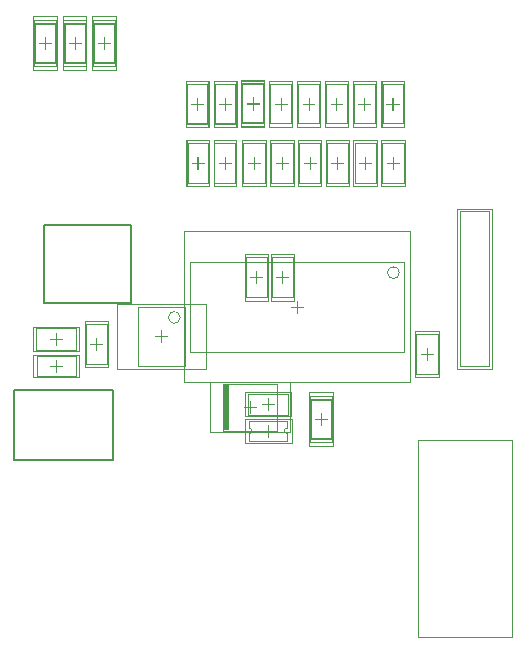
<source format=gm1>
G04*
G04 #@! TF.GenerationSoftware,Altium Limited,Altium Designer,19.1.8 (144)*
G04*
G04 Layer_Color=16711935*
%FSLAX44Y44*%
%MOMM*%
G71*
G01*
G75*
%ADD10C,0.2000*%
%ADD14C,0.1000*%
%ADD17R,0.6187X3.9500*%
%ADD18C,0.0500*%
D10*
X249000Y249410D02*
Y308810D01*
X333500D01*
Y249410D01*
X249000D01*
X348271Y382186D02*
Y448686D01*
X274571D01*
Y382186D01*
X348271D01*
D14*
X285072Y324000D02*
Y334000D01*
X284600Y346851D02*
Y356851D01*
X301600Y360851D02*
X267600D01*
Y342851D01*
X301600D01*
Y360851D01*
X289600Y351851D02*
X279600D01*
X301821Y337750D02*
X268321D01*
Y320250D01*
X301821D01*
Y337750D01*
X290072Y329000D02*
X280072D01*
X310250Y330900D02*
Y364400D01*
X327750D01*
Y330900D01*
X310250D01*
X314000Y347650D02*
X324000D01*
X319000Y342650D02*
Y352650D01*
X354000Y329000D02*
X394000D01*
Y379000D01*
X354000D01*
Y329000D01*
X374000Y349000D02*
Y359000D01*
X369000Y354000D02*
X379000D01*
X398500Y341000D02*
Y417000D01*
X579500D01*
Y341000D01*
X398500D01*
X426000Y313750D02*
X472000D01*
Y274250D01*
X426000D01*
Y313750D01*
X444000Y294000D02*
X454000D01*
X449000Y299000D02*
Y289000D01*
X447000Y287610D02*
X481000D01*
Y305610D01*
X447000D01*
Y287610D01*
X448500Y282250D02*
X480500D01*
Y276250D01*
D02*
G03*
X480500Y271750I0J-2250D01*
G01*
Y271752D02*
Y265752D01*
X448500D01*
X448502D02*
Y271752D01*
Y271750D02*
G03*
X448502Y276250I0J2250D01*
G01*
Y282250D01*
X459500Y274000D02*
X469500D01*
X464500Y269000D02*
Y279000D01*
X500500Y268000D02*
X517500D01*
Y300000D01*
X500500D01*
Y268000D01*
X500250Y267250D02*
Y300750D01*
X517750D01*
Y267250D01*
X500250D01*
X499000Y261000D02*
X519000D01*
Y307000D01*
X499000D01*
Y261000D01*
X509000Y279000D02*
Y289000D01*
Y289000D02*
Y279000D01*
X514000Y284000D02*
X504000D01*
X514000D01*
X464000Y291610D02*
Y301610D01*
X459000Y296610D02*
X469000D01*
X484000Y379000D02*
X494000D01*
X489000Y374000D02*
Y384000D01*
X485500Y387000D02*
Y421000D01*
X467500D01*
Y387000D01*
X485500D01*
X476500Y409000D02*
Y399000D01*
X481500Y404000D02*
X471500D01*
X459428D02*
X449428D01*
X454428Y399000D02*
Y409000D01*
X445429Y421000D02*
X463428D01*
Y387000D01*
X445429D01*
Y421000D01*
X390000Y370000D02*
G03*
X390000Y370000I-5000J0D01*
G01*
X508557Y484000D02*
Y518000D01*
X490557D01*
Y484000D01*
X508557D01*
X514057D02*
Y518000D01*
X532057D01*
Y484000D01*
X514057D01*
X518057Y501000D02*
X528057D01*
X523057Y496000D02*
Y506000D01*
X541557Y501000D02*
X551557D01*
X546557Y496000D02*
Y506000D01*
X537557Y484000D02*
Y518000D01*
X555557D01*
Y484000D01*
X537557D01*
X561057D02*
Y518000D01*
X579057D01*
Y484000D01*
X561057D01*
X565057Y501000D02*
X575057D01*
X570057Y496000D02*
Y506000D01*
X626554Y459799D02*
X651447Y459798D01*
X651446D02*
Y328999D01*
X626554D01*
Y459799D01*
X575500Y408000D02*
G03*
X575500Y408000I-5000J0D01*
G01*
X590000Y356000D02*
X608000D01*
Y322000D01*
X590000D01*
Y356000D01*
X594000Y339000D02*
X604000D01*
X599000Y334000D02*
Y344000D01*
X591690Y266500D02*
X671090D01*
Y99600D01*
X591690D01*
Y266500D01*
X504557Y501000D02*
X494557D01*
X499557Y496000D02*
Y506000D01*
X485057Y484000D02*
Y518000D01*
X467057D01*
Y484000D01*
X485057D01*
X461557Y518000D02*
Y484000D01*
X443557D01*
Y518000D01*
X461557D01*
X457557Y501000D02*
X447557D01*
X452557Y496000D02*
Y506000D01*
X432700Y501000D02*
X422700D01*
X432700D01*
X436450Y484250D02*
Y517750D01*
X418950D01*
X436450D01*
Y484250D01*
X418950D01*
Y517750D01*
Y484250D01*
X436450D01*
X471057Y501000D02*
X481057D01*
X476057Y496000D02*
Y506000D01*
X513521Y534250D02*
Y567750D01*
X531021D01*
Y534250D01*
X513521D01*
Y534250D02*
Y567750D01*
X531021D01*
Y534250D01*
X513521D01*
X517271Y551000D02*
X527271D01*
Y551000D02*
X517271D01*
X522271Y556000D02*
Y546000D01*
Y546000D02*
Y556000D01*
X540914Y551000D02*
X550914D01*
Y551000D02*
X540914D01*
X545914Y546000D02*
Y556000D01*
Y556000D02*
Y546000D01*
X537164Y534250D02*
X554664D01*
Y567750D01*
X537164D01*
Y534250D01*
Y534250D02*
Y567750D01*
X554664D01*
Y534250D01*
X537164D01*
X560807D02*
Y567750D01*
X578307D01*
Y534250D01*
X560807D01*
X561307Y534250D02*
X578807D01*
Y567750D01*
X561307D01*
Y534250D01*
X564557Y551000D02*
X574557D01*
X575057Y551000D02*
X565057D01*
X569557Y556000D02*
Y546000D01*
X570057Y546000D02*
Y556000D01*
X507379Y567750D02*
Y534250D01*
X489879D01*
Y567750D01*
X507379D01*
Y567750D02*
Y534250D01*
X489879D01*
Y567750D01*
X507379D01*
X483736D02*
Y534250D01*
X466236D01*
Y567750D01*
X483736D01*
Y567750D02*
Y534250D01*
X466236D01*
Y567750D01*
X483736D01*
X493629Y551000D02*
X503629D01*
Y551000D02*
X493629D01*
X498629Y546000D02*
Y556000D01*
Y556000D02*
Y546000D01*
X460093Y567750D02*
Y534250D01*
X442593D01*
Y567750D01*
X460093D01*
Y568651D02*
Y535151D01*
X442593D01*
Y568651D01*
X460093D01*
X469986Y551000D02*
X479986D01*
Y551000D02*
X469986D01*
X474986Y546000D02*
Y556000D01*
Y556000D02*
Y546000D01*
X437200Y568000D02*
Y534000D01*
X419200D01*
Y568000D01*
X437200D01*
X436450Y567750D02*
Y534250D01*
X418950D01*
Y567750D01*
X436450D01*
X433200Y551000D02*
X423200D01*
X422700D02*
X432700D01*
X446343Y551000D02*
X456343D01*
Y551901D02*
X446343D01*
X451343Y556000D02*
Y546000D01*
Y546901D02*
Y556901D01*
X413557Y568000D02*
Y534000D01*
X395557D01*
Y568000D01*
X413557D01*
X412807Y567750D02*
Y534250D01*
X395307D01*
Y567750D01*
X412807D01*
X409557Y551000D02*
X399557D01*
X399057D02*
X409057D01*
X427700Y546000D02*
Y556000D01*
X428200D02*
Y546000D01*
X413807Y517750D02*
Y484250D01*
X396307D01*
Y517750D01*
X413807D01*
X413307D02*
Y484250D01*
X395807D01*
Y517750D01*
X413307D01*
X410057Y501000D02*
X400057D01*
X399557D02*
X409557D01*
X427700Y496000D02*
Y506000D01*
Y496000D01*
X405057D02*
Y506000D01*
X404557D02*
Y496000D01*
Y546000D02*
Y556000D01*
X404057D02*
Y546000D01*
X334322Y585814D02*
Y619314D01*
X316821D01*
Y585814D01*
X334322D01*
X334072Y586564D02*
Y618564D01*
X317072D01*
Y586564D01*
X334072D01*
X330572Y602564D02*
X320572D01*
X330572D01*
X335572Y579564D02*
Y625564D01*
X315572D01*
Y579564D01*
X335572D01*
X325572Y597564D02*
Y607564D01*
Y597564D01*
X305572Y602564D02*
X295571D01*
X305572D01*
X309072Y586564D02*
Y618564D01*
X292072D01*
Y586564D01*
X309072D01*
X309322Y585814D02*
Y619314D01*
X291821D01*
Y585814D01*
X309322D01*
X310571Y579564D02*
Y625564D01*
X290572D01*
Y579564D01*
X310571D01*
X300571Y597564D02*
Y607564D01*
Y597564D01*
X280571Y602564D02*
X270571D01*
X280571D01*
X284072Y586564D02*
Y618564D01*
X267072D01*
Y586564D01*
X284072D01*
X284322Y585814D02*
Y619314D01*
X266821D01*
Y585814D01*
X284322D01*
X285571Y579564D02*
Y625564D01*
X265572D01*
Y579564D01*
X285571D01*
X275571Y597564D02*
Y607564D01*
Y597564D01*
D17*
X429094Y294000D02*
D03*
D18*
X309500Y328150D02*
Y367150D01*
X328500D01*
Y328150D01*
X309500D01*
X336500Y326500D02*
X411500D01*
Y381500D01*
X336500D01*
Y326500D01*
X393500Y315000D02*
Y443000D01*
X584500D01*
Y315000D01*
X393500D01*
X415105D02*
X482895D01*
Y273000D01*
X415105D01*
Y315000D01*
X444500Y286610D02*
X483500D01*
Y306610D01*
X444500D01*
Y286610D01*
X444500Y284000D02*
X484500D01*
Y264000D01*
X444500D01*
Y284000D01*
X499500Y264500D02*
Y303500D01*
X518500D01*
Y264500D01*
X499500D01*
X589000Y319500D02*
Y358500D01*
X609000D01*
Y319500D01*
X589000D01*
X624300Y326749D02*
Y462049D01*
X653700D01*
Y326749D01*
X624300D01*
X486000Y424000D02*
X467000D01*
Y384000D01*
X486000D01*
Y424000D01*
X463928D02*
X444929D01*
Y384000D01*
X463928D01*
Y424000D01*
X509557Y481500D02*
Y520500D01*
X489557D01*
Y481500D01*
X509557D01*
X513057D02*
Y520500D01*
X533057D01*
Y481500D01*
X513057D01*
X536557D02*
Y520500D01*
X556557D01*
Y481500D01*
X536557D01*
X560057D02*
Y520500D01*
X580057D01*
Y481500D01*
X560057D01*
X560057Y531500D02*
Y570500D01*
X579057D01*
Y531500D01*
X560057D01*
X560557Y531500D02*
X579557D01*
Y570500D01*
X560557D01*
Y531500D01*
X555414Y531500D02*
Y570500D01*
X536414D01*
Y531500D01*
X555414D01*
Y531500D02*
Y570500D01*
X536414D01*
Y531500D01*
X555414D01*
X531771D02*
Y570500D01*
X512771D01*
Y531500D01*
X531771D01*
Y531500D02*
Y570500D01*
X512771D01*
Y531500D01*
X531771D01*
X508129D02*
Y570500D01*
X489128D01*
Y531500D01*
X508129D01*
Y531500D02*
Y570500D01*
X489128D01*
Y531500D01*
X508129D01*
X484486D02*
Y570500D01*
X465486D01*
Y531500D01*
X484486D01*
Y531500D02*
Y570500D01*
X465486D01*
Y531500D01*
X484486D01*
X486057Y520500D02*
Y481500D01*
X466057D01*
Y520500D01*
X486057D01*
X462557D02*
Y481500D01*
X442557D01*
Y520500D01*
X462557D01*
X460843Y531500D02*
Y570500D01*
X441843D01*
Y531500D01*
X460843D01*
Y532401D02*
Y571401D01*
X441843D01*
Y532401D01*
X460843D01*
X438200Y531500D02*
Y570500D01*
X418200D01*
Y531500D01*
X438200D01*
X437200Y531500D02*
Y570500D01*
X418200D01*
Y531500D01*
X437200D01*
Y520500D02*
Y481500D01*
X418200D01*
Y520500D01*
X437200D01*
Y520500D02*
Y481500D01*
X418200D01*
Y520500D01*
X437200D01*
X414557Y520500D02*
Y481500D01*
X395557D01*
Y520500D01*
X414557D01*
X414057Y520500D02*
Y481500D01*
X395057D01*
Y520500D01*
X414057D01*
X414557Y531500D02*
Y570500D01*
X394557D01*
Y531500D01*
X414557D01*
X413557Y531500D02*
Y570500D01*
X394557D01*
Y531500D01*
X413557D01*
X335071Y583064D02*
Y622064D01*
X316072D01*
Y583064D01*
X335071D01*
X310072D02*
Y622064D01*
X291072D01*
Y583064D01*
X310072D01*
X285072D02*
Y622064D01*
X266072D01*
Y583064D01*
X285072D01*
X265100Y361851D02*
X304100D01*
Y341851D01*
X265100D01*
Y361851D01*
X265572Y338500D02*
X304572D01*
Y319500D01*
X265572D01*
Y338500D01*
M02*

</source>
